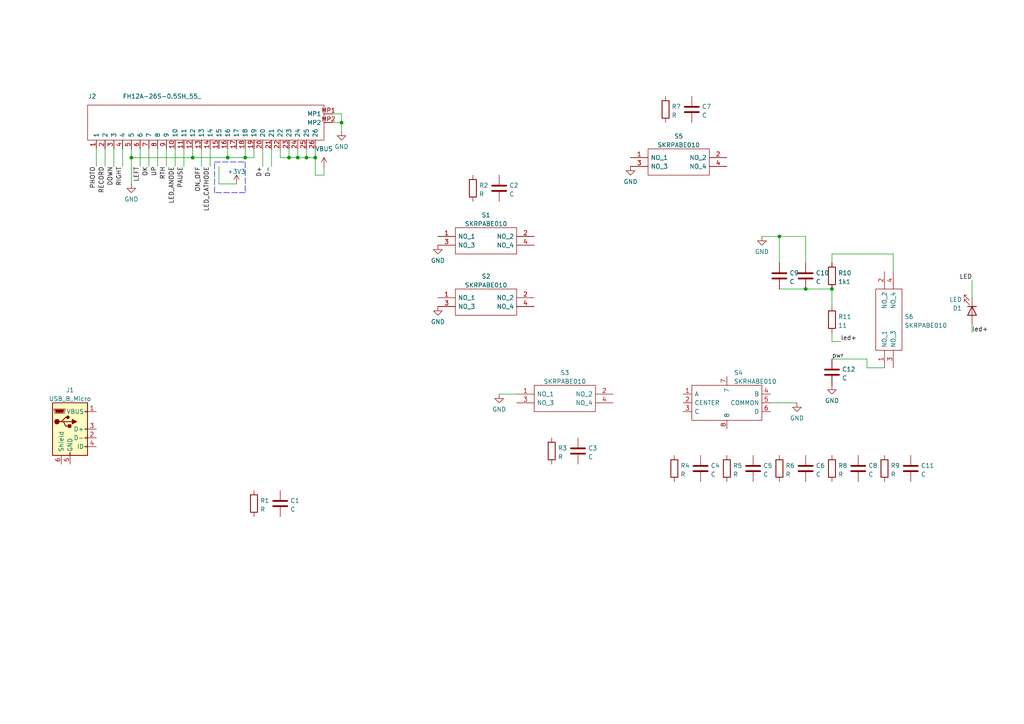
<source format=kicad_sch>
(kicad_sch (version 20211123) (generator eeschema)
  (paper "A4")
  (lib_symbols
    (symbol "Component_lib:C" (pin_numbers hide) (pin_names (offset 0.254))
      (property "Reference" "C" (at 0.635 -1.27 0))
      (property "Value" "C" (at 0.635 -6.35 0))
      (symbol "C_0_1"
        (polyline (pts (xy -2.032 -4.572) (xy 2.032 -4.572)) (stroke (width 0.508)))
        (polyline (pts (xy -2.032 -3.048) (xy 2.032 -3.048)) (stroke (width 0.508)))
      )
      (symbol "C_1_1"
        (pin passive line (at 0 0 270) (length 2.794) (name "~") (number "1"))
        (pin passive line (at 0 -7.62 90) (length 2.794) (name "~") (number "2"))
      )
    )
    (symbol "Component_lib:FH12A-26S-0.5SH_55_" (pin_names (offset 0.762))
      (property "Reference" "J" (at 2.54 5.08 0))
      (property "Value" "FH12A-26S-0.5SH_55_" (at 7.62 5.08 0))
      (symbol "FH12A-26S-0.5SH_55__0_0"
        (pin passive line (at 0 0 0) (length 2.54) (name "1") (number "1"))
        (pin passive line (at 0 -22.86 0) (length 2.54) (name "10") (number "10"))
        (pin passive line (at 0 -25.4 0) (length 2.54) (name "11") (number "11"))
        (pin passive line (at 0 -27.94 0) (length 2.54) (name "12") (number "12"))
        (pin passive line (at 0 -30.48 0) (length 2.54) (name "13") (number "13"))
        (pin passive line (at 0 -33.02 0) (length 2.54) (name "14") (number "14"))
        (pin passive line (at 0 -35.56 0) (length 2.54) (name "15") (number "15"))
        (pin passive line (at 0 -38.1 0) (length 2.54) (name "16") (number "16"))
        (pin passive line (at 0 -40.64 0) (length 2.54) (name "17") (number "17"))
        (pin passive line (at 0 -43.18 0) (length 2.54) (name "18") (number "18"))
        (pin passive line (at 0 -45.72 0) (length 2.54) (name "19") (number "19"))
        (pin passive line (at 0 -2.54 0) (length 2.54) (name "2") (number "2"))
        (pin passive line (at 0 -48.26 0) (length 2.54) (name "20") (number "20"))
        (pin passive line (at 0 -50.8 0) (length 2.54) (name "21") (number "21"))
        (pin passive line (at 0 -53.34 0) (length 2.54) (name "22") (number "22"))
        (pin passive line (at 0 -55.88 0) (length 2.54) (name "23") (number "23"))
        (pin passive line (at 0 -58.42 0) (length 2.54) (name "24") (number "24"))
        (pin passive line (at 0 -60.96 0) (length 2.54) (name "25") (number "25"))
        (pin passive line (at 0 -63.5 0) (length 2.54) (name "26") (number "26"))
        (pin passive line (at 0 -5.08 0) (length 2.54) (name "3") (number "3"))
        (pin passive line (at 0 -7.62 0) (length 2.54) (name "4") (number "4"))
        (pin passive line (at 0 -10.16 0) (length 2.54) (name "5") (number "5"))
        (pin passive line (at 0 -12.7 0) (length 2.54) (name "6") (number "6"))
        (pin passive line (at 0 -15.24 0) (length 2.54) (name "7") (number "7"))
        (pin passive line (at 0 -17.78 0) (length 2.54) (name "8") (number "8"))
        (pin passive line (at 0 -20.32 0) (length 2.54) (name "9") (number "9"))
        (pin passive line (at 10.16 -68.58 90) (length 2.54) (name "MP1") (number "MP1"))
        (pin passive line (at 7.62 -68.58 90) (length 2.54) (name "MP2") (number "MP2"))
      )
      (symbol "FH12A-26S-0.5SH_55__0_1"
        (polyline (pts (xy 2.54 2.54) (xy 12.7 2.54) (xy 12.7 -66.04) (xy 2.54 -66.04) (xy 2.54 2.54)) (stroke (width 0.1524)))
      )
    )
    (symbol "Component_lib:LED" (pin_numbers hide) (pin_names (offset 1.016) hide)
      (property "Reference" "D" (at 3.81 2.54 0))
      (property "Value" "LED" (at 3.81 -2.54 0))
      (symbol "LED_0_1"
        (polyline (pts (xy 2.54 -1.27) (xy 2.54 1.27)) (stroke (width 0.254)))
        (polyline (pts (xy 2.54 0) (xy 5.08 0)))
        (polyline (pts (xy 5.08 -1.27) (xy 5.08 1.27) (xy 2.54 0) (xy 5.08 -1.27)) (stroke (width 0.254)))
        (polyline (pts (xy 0.762 -0.762) (xy -0.762 -2.286) (xy 0 -2.286) (xy -0.762 -2.286) (xy -0.762 -1.524)))
        (polyline (pts (xy 2.032 -0.762) (xy 0.508 -2.286) (xy 1.27 -2.286) (xy 0.508 -2.286) (xy 0.508 -1.524)))
      )
      (symbol "LED_1_1"
        (pin passive line (at 0 0 0) (length 2.54) (name "K") (number "1"))
        (pin passive line (at 7.62 0 180) (length 2.54) (name "A") (number "2"))
      )
    )
    (symbol "Component_lib:R" (pin_numbers hide) (pin_names (offset 0))
      (property "Reference" "R" (at 2.032 -3.81 90))
      (property "Value" "R" (at 0 -3.81 90))
      (symbol "R_0_1"
        (rectangle (start -1.016 -6.35) (end 1.016 -1.27) (stroke (width 0.254)))
      )
      (symbol "R_1_1"
        (pin passive line (at 0 0 270) (length 1.27) (name "~") (number "1"))
        (pin passive line (at 0 -7.62 90) (length 1.27) (name "~") (number "2"))
      )
    )
    (symbol "Component_lib:SKRHABE010" (pin_names (offset 0.762))
      (property "Reference" "S" (at 21.59 7.62 0))
      (property "Value" "SKRHABE010" (at 21.59 5.08 0))
      (symbol "SKRHABE010_0_0"
        (pin passive line (at 0 0 0) (length 2.54) (name "A") (number "1"))
        (pin passive line (at 0 -2.54 0) (length 2.54) (name "CENTER") (number "2"))
        (pin passive line (at 0 -5.08 0) (length 2.54) (name "C") (number "3"))
        (pin passive line (at 25.4 0 180) (length 2.54) (name "B") (number "4"))
        (pin passive line (at 25.4 -2.54 180) (length 2.54) (name "COMMON") (number "5"))
        (pin passive line (at 25.4 -5.08 180) (length 2.54) (name "D") (number "6"))
        (pin passive line (at 12.7 5.08 270) (length 2.54) (name "7") (number "7"))
        (pin passive line (at 12.7 -10.16 90) (length 2.54) (name "8") (number "8"))
      )
      (symbol "SKRHABE010_0_1"
        (polyline (pts (xy 2.54 2.54) (xy 22.86 2.54) (xy 22.86 -7.62) (xy 2.54 -7.62) (xy 2.54 2.54)) (stroke (width 0.1524)))
      )
    )
    (symbol "Component_lib:SKRPABE010" (pin_names (offset 0.762))
      (property "Reference" "S" (at 5.715 3.81 0))
      (property "Value" "SKRPABE010" (at 24.13 5.08 0))
      (symbol "SKRPABE010_0_0"
        (pin passive line (at 0 0 0) (length 5.08) (name "NO_1") (number "1"))
        (pin passive line (at 27.94 0 180) (length 5.08) (name "NO_2") (number "2"))
        (pin passive line (at 0 -2.54 0) (length 5.08) (name "NO_3") (number "3"))
        (pin passive line (at 27.94 -2.54 180) (length 5.08) (name "NO_4") (number "4"))
      )
      (symbol "SKRPABE010_0_1"
        (polyline (pts (xy 5.08 2.54) (xy 22.86 2.54) (xy 22.86 -5.08) (xy 5.08 -5.08) (xy 5.08 2.54)) (stroke (width 0.1524)))
      )
    )
    (symbol "Connector:USB_B_Micro" (pin_names (offset 1.016))
      (property "Reference" "J" (at -5.08 11.43 0))
      (property "Value" "USB_B_Micro" (at -5.08 8.89 0))
      (symbol "USB_B_Micro_0_1"
        (rectangle (start -5.08 -7.62) (end 5.08 7.62) (stroke (width 0.254)) (fill (type background)))
        (circle (center -3.81 2.159) (radius 0.635) (stroke (width 0.254)) (fill (type outline)))
        (circle (center -0.635 3.429) (radius 0.381) (stroke (width 0.254)) (fill (type outline)))
        (rectangle (start -0.127 -7.62) (end 0.127 -6.858))
        (polyline (pts (xy -1.905 2.159) (xy 0.635 2.159)) (stroke (width 0.254)))
        (polyline (pts (xy -3.175 2.159) (xy -2.54 2.159) (xy -1.27 3.429) (xy -0.635 3.429)) (stroke (width 0.254)))
        (polyline (pts (xy -2.54 2.159) (xy -1.905 2.159) (xy -1.27 0.889) (xy 0 0.889)) (stroke (width 0.254)))
        (polyline (pts (xy 0.635 2.794) (xy 0.635 1.524) (xy 1.905 2.159) (xy 0.635 2.794)) (stroke (width 0.254)) (fill (type outline)))
        (polyline (pts (xy -4.318 5.588) (xy -1.778 5.588) (xy -2.032 4.826) (xy -4.064 4.826) (xy -4.318 5.588)) (fill (type outline)))
        (polyline (pts (xy -4.699 5.842) (xy -4.699 5.588) (xy -4.445 4.826) (xy -4.445 4.572) (xy -1.651 4.572) (xy -1.651 4.826) (xy -1.397 5.588) (xy -1.397 5.842) (xy -4.699 5.842)))
        (rectangle (start 0.254 1.27) (end -0.508 0.508) (stroke (width 0.254)) (fill (type outline)))
        (rectangle (start 5.08 -5.207) (end 4.318 -4.953))
        (rectangle (start 5.08 -2.667) (end 4.318 -2.413))
        (rectangle (start 5.08 -0.127) (end 4.318 0.127))
        (rectangle (start 5.08 4.953) (end 4.318 5.207))
      )
      (symbol "USB_B_Micro_1_1"
        (pin power_out line (at 7.62 5.08 180) (length 2.54) (name "VBUS") (number "1"))
        (pin bidirectional line (at 7.62 -2.54 180) (length 2.54) (name "D-") (number "2"))
        (pin bidirectional line (at 7.62 0 180) (length 2.54) (name "D+") (number "3"))
        (pin passive line (at 7.62 -5.08 180) (length 2.54) (name "ID") (number "4"))
        (pin power_out line (at 0 -10.16 90) (length 2.54) (name "GND") (number "5"))
        (pin passive line (at -2.54 -10.16 90) (length 2.54) (name "Shield") (number "6"))
      )
    )
    (symbol "power:+3V3" (power) (pin_names (offset 0))
      (property "Value" "+3V3" (at 0 3.556 0))
      (symbol "+3V3_0_1"
        (polyline (pts (xy -0.762 1.27) (xy 0 2.54)))
        (polyline (pts (xy 0 0) (xy 0 2.54)))
        (polyline (pts (xy 0 2.54) (xy 0.762 1.27)))
      )
      (symbol "+3V3_1_1"
        (pin power_in line (at 0 0 90) (length 0) hide (name "+3V3") (number "1"))
      )
    )
    (symbol "power:GND" (power) (pin_names (offset 0))
      (property "Value" "GND" (at 0 -3.81 0))
      (symbol "GND_0_1"
        (polyline (pts (xy 0 0) (xy 0 -1.27) (xy 1.27 -1.27) (xy 0 -2.54) (xy -1.27 -1.27) (xy 0 -1.27)))
      )
      (symbol "GND_1_1"
        (pin power_in line (at 0 0 270) (length 0) hide (name "GND") (number "1"))
      )
    )
    (symbol "power:VBUS" (power) (pin_names (offset 0))
      (property "Value" "VBUS" (at 0 3.81 0))
      (symbol "VBUS_0_1"
        (polyline (pts (xy -0.762 1.27) (xy 0 2.54)))
        (polyline (pts (xy 0 0) (xy 0 2.54)))
        (polyline (pts (xy 0 2.54) (xy 0.762 1.27)))
      )
      (symbol "VBUS_1_1"
        (pin power_in line (at 0 0 90) (length 0) hide (name "VBUS") (number "1"))
      )
    )
  )
  (junction (at 88.9 45.72))
  (junction (at 71.12 45.72))
  (junction (at 55.88 45.72))
  (junction (at 241.3 83.82))
  (junction (at 86.36 45.72))
  (junction (at 83.82 45.72))
  (junction (at 91.44 45.72))
  (junction (at 99.06 35.56))
  (junction (at 66.04 45.72))
  (junction (at 226.06 68.58))
  (junction (at 233.68 83.82))
  (junction (at 38.1 45.72))
  (polyline (pts (xy 62.23 46.99) (xy 71.12 46.99)))
  (wire (pts (xy 45.72 43.18) (xy 45.72 48.26)))
  (polyline (pts (xy 71.12 46.99) (xy 71.12 55.88)))
  (wire (pts (xy 223.52 116.84) (xy 231.14 116.84)))
  (wire (pts (xy 81.28 43.18) (xy 81.28 45.72)))
  (wire (pts (xy 251.46 106.68) (xy 256.54 106.68)))
  (wire (pts (xy 281.94 93.98) (xy 281.94 96.52)))
  (wire (pts (xy 50.8 43.18) (xy 50.8 48.26)))
  (wire (pts (xy 58.42 43.18) (xy 58.42 48.26)))
  (wire (pts (xy 259.08 73.66) (xy 259.08 78.74)))
  (wire (pts (xy 93.98 50.8) (xy 93.98 48.26)))
  (wire (pts (xy 99.06 35.56) (xy 99.06 38.1)))
  (wire (pts (xy 99.06 33.02) (xy 99.06 35.56)))
  (wire (pts (xy 43.18 43.18) (xy 43.18 48.26)))
  (wire (pts (xy 63.5 48.26) (xy 63.5 53.34)))
  (wire (pts (xy 71.12 45.72) (xy 66.04 45.72)))
  (wire (pts (xy 91.44 45.72) (xy 91.44 43.18)))
  (wire (pts (xy 60.96 43.18) (xy 60.96 48.26)))
  (wire (pts (xy 233.68 68.58) (xy 233.68 76.2)))
  (wire (pts (xy 35.56 43.18) (xy 35.56 48.26)))
  (wire (pts (xy 96.52 33.02) (xy 99.06 33.02)))
  (wire (pts (xy 27.94 43.18) (xy 27.94 48.26)))
  (wire (pts (xy 40.64 43.18) (xy 40.64 48.26)))
  (polyline (pts (xy 62.23 55.88) (xy 62.23 46.99)))
  (wire (pts (xy 83.82 43.18) (xy 83.82 45.72)))
  (wire (pts (xy 241.3 73.66) (xy 259.08 73.66)))
  (wire (pts (xy 226.06 83.82) (xy 233.68 83.82)))
  (wire (pts (xy 251.46 104.14) (xy 251.46 106.68)))
  (wire (pts (xy 83.82 45.72) (xy 86.36 45.72)))
  (wire (pts (xy 91.44 50.8) (xy 91.44 45.72)))
  (wire (pts (xy 73.66 45.72) (xy 71.12 45.72)))
  (wire (pts (xy 81.28 45.72) (xy 83.82 45.72)))
  (wire (pts (xy 226.06 68.58) (xy 233.68 68.58)))
  (wire (pts (xy 88.9 43.18) (xy 88.9 45.72)))
  (wire (pts (xy 86.36 43.18) (xy 86.36 45.72)))
  (wire (pts (xy 96.52 35.56) (xy 99.06 35.56)))
  (wire (pts (xy 38.1 45.72) (xy 38.1 53.34)))
  (wire (pts (xy 66.04 43.18) (xy 66.04 45.72)))
  (wire (pts (xy 73.66 43.18) (xy 73.66 45.72)))
  (wire (pts (xy 233.68 83.82) (xy 241.3 83.82)))
  (wire (pts (xy 78.74 43.18) (xy 78.74 48.26)))
  (wire (pts (xy 241.3 104.14) (xy 251.46 104.14)))
  (wire (pts (xy 243.84 99.06) (xy 241.3 99.06)))
  (wire (pts (xy 220.98 68.58) (xy 226.06 68.58)))
  (wire (pts (xy 76.2 43.18) (xy 76.2 48.26)))
  (wire (pts (xy 55.88 43.18) (xy 55.88 45.72)))
  (wire (pts (xy 241.3 99.06) (xy 241.3 96.52)))
  (wire (pts (xy 241.3 76.2) (xy 241.3 73.66)))
  (wire (pts (xy 33.02 43.18) (xy 33.02 48.26)))
  (wire (pts (xy 86.36 45.72) (xy 88.9 45.72)))
  (wire (pts (xy 66.04 45.72) (xy 55.88 45.72)))
  (wire (pts (xy 281.94 86.36) (xy 281.94 81.28)))
  (wire (pts (xy 93.98 50.8) (xy 91.44 50.8)))
  (wire (pts (xy 241.3 83.82) (xy 241.3 88.9)))
  (wire (pts (xy 226.06 68.58) (xy 226.06 76.2)))
  (wire (pts (xy 68.58 53.34) (xy 63.5 53.34)))
  (wire (pts (xy 71.12 43.18) (xy 71.12 45.72)))
  (polyline (pts (xy 71.12 55.88) (xy 62.23 55.88)))
  (wire (pts (xy 144.78 114.3) (xy 149.86 114.3)))
  (wire (pts (xy 53.34 43.18) (xy 53.34 48.26)))
  (wire (pts (xy 48.26 43.18) (xy 48.26 48.26)))
  (wire (pts (xy 88.9 45.72) (xy 91.44 45.72)))
  (wire (pts (xy 55.88 45.72) (xy 38.1 45.72)))
  (wire (pts (xy 38.1 43.18) (xy 38.1 45.72)))
  (wire (pts (xy 30.48 43.18) (xy 30.48 48.26)))
  (label "LED" (at 281.94 81.28 180))
  (label "OK" (at 43.18 48.26 270))
  (label "PAUSE" (at 53.34 48.26 270))
  (label "LED_CATHODE" (at 60.96 48.26 270))
  (label "RIGHT" (at 35.56 48.26 270))
  (label "D-" (at 78.74 48.26 270))
  (label "led+" (at 281.94 96.52 0))
  (label "ON_OFF" (at 58.42 48.26 270))
  (label "UP" (at 45.72 48.26 270))
  (label "pwr" (at 241.3 104.14 0))
  (label "RECORD" (at 30.48 48.26 270))
  (label "D+" (at 76.2 48.26 270))
  (label "led+" (at 243.84 99.06 0))
  (label "PHOTO" (at 27.94 48.26 270))
  (label "DOWN" (at 33.02 48.26 270))
  (label "LED_ANODE" (at 50.8 48.26 270))
  (label "LEFT" (at 40.64 48.26 270))
  (label "RTH" (at 48.26 48.26 270))
  (symbol (lib_id "Component_lib:C") (at 81.28 142.24 0) (unit 1)
    (property "Reference" "C1" (at 84.201 145.2153 0) (effects (justify left)))
    (property "Value" "C" (at 84.201 147.7522 0) (effects (justify left)))
    (property "Footprint" "Capacitor_SMD:C_0402_1005Metric" (effects hide))
  )
  (symbol (lib_id "Component_lib:SKRHABE010") (at 198.12 114.3 0) (unit 1)
    (property "Reference" "S4" (at 212.8394 108.111 0) (effects (justify left)))
    (property "Value" "SKRHABE010" (at 212.8394 110.6479 0) (effects (justify left)))
    (property "Footprint" "Component_lib:SKRHABE010" (effects hide))
    (property "Description" "Multi-Directional Switches 4-directn cntr push W/boss 200K Cycles" (effects hide))
    (property "Height" "5" (effects hide))
    (property "Manufacturer_Name" "ALPS Electric" (effects hide))
    (property "Manufacturer_Part_Number" "SKRHABE010" (effects hide))
    (property "Mouser Part Number" "688-SKRHAB" (effects hide))
    (property "Mouser Price/Stock" "https://www.mouser.co.uk/ProductDetail/Alps-Alpine/SKRHABE010?qs=seHrhfPpLDxEOwRqoDvYHw%3D%3D" (effects hide))
    (property "Arrow Part Number" "SKRHABE010" (effects hide))
    (property "Arrow Price/Stock" "https://www.arrow.com/en/products/skrhabe010/alps-electric" (effects hide))
  )
  (symbol (lib_id "power:GND") (at 241.3 111.76 0) (unit 1)
    (property "Reference" "#PWR?" (effects hide))
    (property "Value" "GND" (at 241.3 116.2034 0))
  )
  (symbol (lib_id "Component_lib:SKRPABE010") (at 127 86.36 0) (unit 1)
    (property "Reference" "S2" (at 140.97 80.171 0))
    (property "Value" "SKRPABE010" (at 140.97 82.7079 0))
    (property "Footprint" "Component_lib:SKRPABE010" (effects hide))
    (property "Datasheet" "https://datasheet.lcsc.com/szlcsc/ALPS-Electric-SKRPABE010_C115360.pdf" (effects hide))
    (property "Description" "Switch Tactile N.O. SPST Button J-Bend 0.05A 16VDC 1.57N SMD Automotive T/R" (effects hide))
    (property "Height" "2.5" (effects hide))
    (property "Mouser Part Number" "688-SKRPAB" (effects hide))
    (property "Mouser Price/Stock" "https://www.mouser.co.uk/ProductDetail/Alps-Alpine/SKRPABE010?qs=m0BA540hBPe1GpcSf%2FZ5Yw%3D%3D" (effects hide))
    (property "Manufacturer_Name" "ALPS Electric" (effects hide))
    (property "Manufacturer_Part_Number" "SKRPABE010" (effects hide))
  )
  (symbol (lib_id "Component_lib:LED") (at 281.94 86.36 270) (unit 1)
    (property "Reference" "D1" (at 279.019 89.4172 90) (effects (justify right)))
    (property "Value" "LED" (at 279.019 86.8803 90) (effects (justify right)))
    (property "Footprint" "Capacitor_SMD:C_0402_1005Metric" (effects hide))
  )
  (symbol (lib_id "power:GND") (at 38.1 53.34 0) (unit 1)
    (property "Reference" "#PWR0101" (effects hide))
    (property "Value" "GND" (at 38.1 57.7834 0))
  )
  (symbol (lib_id "Component_lib:R") (at 160.02 127 0) (unit 1)
    (property "Reference" "R3" (at 161.798 129.9753 0) (effects (justify left)))
    (property "Value" "R" (at 161.798 132.5122 0) (effects (justify left)))
    (property "Footprint" "Capacitor_SMD:C_0402_1005Metric" (effects hide))
  )
  (symbol (lib_id "Component_lib:FH12A-26S-0.5SH_55_") (at 27.94 43.18 90) (unit 1)
    (property "Reference" "J2" (at 27.94 27.94 90) (effects (justify left)))
    (property "Value" "FH12A-26S-0.5SH_55_" (at 58.42 27.94 90) (effects (justify left)))
    (property "Footprint" "Component_lib:FH12A26S05SH55" (effects hide))
    (property "Datasheet" "https://www.hirose.com/product/download/?distributor=digikey&type=2d&lang=en&num=FH12A-26S-0.5SH(55)" (effects hide))
    (property "Description" "Hirose FH12 Series 0.5mm Pitch 26 Way 1 Row Right Angle SMT Female FPC Connector, Gold Plated Contacts" (effects hide))
    (property "Height" "2.2" (effects hide))
    (property "Mouser Part Number" "798-FH12A-26S0.5SH55" (effects hide))
    (property "Mouser Price/Stock" "https://www.mouser.co.uk/ProductDetail/Hirose-Connector/FH12A-26S-05SH55?qs=wXhBCuSapIMjsRrWrXESVA%3D%3D" (effects hide))
    (property "Manufacturer_Name" "Hirose" (effects hide))
    (property "Manufacturer_Part_Number" "FH12A-26S-0.5SH(55)" (effects hide))
  )
  (symbol (lib_id "Component_lib:SKRPABE010") (at 256.54 106.68 90) (unit 1)
    (property "Reference" "S6" (at 262.3312 91.8753 90) (effects (justify right)))
    (property "Value" "SKRPABE010" (at 262.3312 94.4122 90) (effects (justify right)))
    (property "Footprint" "Component_lib:SKRPABE010" (effects hide))
    (property "Datasheet" "https://datasheet.lcsc.com/szlcsc/ALPS-Electric-SKRPABE010_C115360.pdf" (effects hide))
    (property "Description" "Switch Tactile N.O. SPST Button J-Bend 0.05A 16VDC 1.57N SMD Automotive T/R" (effects hide))
    (property "Height" "2.5" (effects hide))
    (property "Mouser Part Number" "688-SKRPAB" (effects hide))
    (property "Mouser Price/Stock" "https://www.mouser.co.uk/ProductDetail/Alps-Alpine/SKRPABE010?qs=m0BA540hBPe1GpcSf%2FZ5Yw%3D%3D" (effects hide))
    (property "Manufacturer_Name" "ALPS Electric" (effects hide))
    (property "Manufacturer_Part_Number" "SKRPABE010" (effects hide))
  )
  (symbol (lib_id "Connector:USB_B_Micro") (at 20.32 124.46 0) (unit 1)
    (property "Reference" "J1" (at 20.32 113.1402 0))
    (property "Value" "USB_B_Micro" (at 20.32 115.6771 0))
    (property "Footprint" "Connector_USB:USB_Micro-B_Molex-105133-0001" (effects hide))
  )
  (symbol (lib_id "power:GND") (at 127 71.12 0) (unit 1)
    (property "Reference" "#PWR0106" (effects hide))
    (property "Value" "GND" (at 127 75.5634 0))
  )
  (symbol (lib_id "power:GND") (at 231.14 116.84 0) (unit 1)
    (property "Reference" "#PWR0108" (effects hide))
    (property "Value" "GND" (at 231.14 121.2834 0))
  )
  (symbol (lib_id "power:GND") (at 220.98 68.58 0) (unit 1)
    (property "Reference" "#PWR?" (effects hide))
    (property "Value" "GND" (at 220.98 73.0234 0))
  )
  (symbol (lib_id "Component_lib:SKRPABE010") (at 127 68.58 0) (unit 1)
    (property "Reference" "S1" (at 140.97 62.391 0))
    (property "Value" "SKRPABE010" (at 140.97 64.9279 0))
    (property "Footprint" "Component_lib:SKRPABE010" (effects hide))
    (property "Datasheet" "https://datasheet.lcsc.com/szlcsc/ALPS-Electric-SKRPABE010_C115360.pdf" (effects hide))
    (property "Description" "Switch Tactile N.O. SPST Button J-Bend 0.05A 16VDC 1.57N SMD Automotive T/R" (effects hide))
    (property "Height" "2.5" (effects hide))
    (property "Mouser Part Number" "688-SKRPAB" (effects hide))
    (property "Mouser Price/Stock" "https://www.mouser.co.uk/ProductDetail/Alps-Alpine/SKRPABE010?qs=m0BA540hBPe1GpcSf%2FZ5Yw%3D%3D" (effects hide))
    (property "Manufacturer_Name" "ALPS Electric" (effects hide))
    (property "Manufacturer_Part_Number" "SKRPABE010" (effects hide))
  )
  (symbol (lib_id "Component_lib:R") (at 195.58 132.08 0) (unit 1)
    (property "Reference" "R4" (at 197.358 135.0553 0) (effects (justify left)))
    (property "Value" "R" (at 197.358 137.5922 0) (effects (justify left)))
    (property "Footprint" "Capacitor_SMD:C_0402_1005Metric" (effects hide))
  )
  (symbol (lib_id "Component_lib:R") (at 226.06 132.08 0) (unit 1)
    (property "Reference" "R6" (at 227.838 135.0553 0) (effects (justify left)))
    (property "Value" "R" (at 227.838 137.5922 0) (effects (justify left)))
    (property "Footprint" "Capacitor_SMD:C_0402_1005Metric" (effects hide))
  )
  (symbol (lib_id "Component_lib:C") (at 203.2 132.08 0) (unit 1)
    (property "Reference" "C4" (at 206.121 135.0553 0) (effects (justify left)))
    (property "Value" "C" (at 206.121 137.5922 0) (effects (justify left)))
    (property "Footprint" "Capacitor_SMD:C_0402_1005Metric" (effects hide))
  )
  (symbol (lib_id "Component_lib:C") (at 144.78 50.8 0) (unit 1)
    (property "Reference" "C2" (at 147.701 53.7753 0) (effects (justify left)))
    (property "Value" "C" (at 147.701 56.3122 0) (effects (justify left)))
    (property "Footprint" "Capacitor_SMD:C_0402_1005Metric" (effects hide))
  )
  (symbol (lib_id "Component_lib:C") (at 200.66 27.94 0) (unit 1)
    (property "Reference" "C7" (at 203.581 30.9153 0) (effects (justify left)))
    (property "Value" "C" (at 203.581 33.4522 0) (effects (justify left)))
    (property "Footprint" "Capacitor_SMD:C_0402_1005Metric" (effects hide))
  )
  (symbol (lib_id "Component_lib:C") (at 248.92 132.08 0) (unit 1)
    (property "Reference" "C8" (at 251.841 135.0553 0) (effects (justify left)))
    (property "Value" "C" (at 251.841 137.5922 0) (effects (justify left)))
    (property "Footprint" "Capacitor_SMD:C_0402_1005Metric" (effects hide))
  )
  (symbol (lib_id "Component_lib:SKRPABE010") (at 182.88 45.72 0) (unit 1)
    (property "Reference" "S5" (at 196.85 39.531 0))
    (property "Value" "SKRPABE010" (at 196.85 42.0679 0))
    (property "Footprint" "Component_lib:SKRPABE010" (effects hide))
    (property "Datasheet" "https://datasheet.lcsc.com/szlcsc/ALPS-Electric-SKRPABE010_C115360.pdf" (effects hide))
    (property "Description" "Switch Tactile N.O. SPST Button J-Bend 0.05A 16VDC 1.57N SMD Automotive T/R" (effects hide))
    (property "Height" "2.5" (effects hide))
    (property "Mouser Part Number" "688-SKRPAB" (effects hide))
    (property "Mouser Price/Stock" "https://www.mouser.co.uk/ProductDetail/Alps-Alpine/SKRPABE010?qs=m0BA540hBPe1GpcSf%2FZ5Yw%3D%3D" (effects hide))
    (property "Manufacturer_Name" "ALPS Electric" (effects hide))
    (property "Manufacturer_Part_Number" "SKRPABE010" (effects hide))
  )
  (symbol (lib_id "power:+3V3") (at 68.58 53.34 0) (unit 1)
    (property "Reference" "#PWR0102" (effects hide))
    (property "Value" "+3V3" (at 68.58 49.7642 0))
  )
  (symbol (lib_id "power:VBUS") (at 93.98 48.26 0) (unit 1)
    (property "Reference" "#PWR0103" (effects hide))
    (property "Value" "VBUS" (at 93.98 43.18 0))
  )
  (symbol (lib_id "Component_lib:R") (at 241.3 76.2 0) (unit 1)
    (property "Reference" "R10" (at 243.078 79.1753 0) (effects (justify left)))
    (property "Value" "1k1" (at 243.078 81.7122 0) (effects (justify left)))
    (property "Footprint" "Capacitor_SMD:C_0402_1005Metric" (effects hide))
  )
  (symbol (lib_id "Component_lib:R") (at 210.82 132.08 0) (unit 1)
    (property "Reference" "R5" (at 212.598 135.0553 0) (effects (justify left)))
    (property "Value" "R" (at 212.598 137.5922 0) (effects (justify left)))
    (property "Footprint" "Capacitor_SMD:C_0402_1005Metric" (effects hide))
  )
  (symbol (lib_id "Component_lib:R") (at 73.66 142.24 0) (unit 1)
    (property "Reference" "R1" (at 75.438 145.2153 0) (effects (justify left)))
    (property "Value" "R" (at 75.438 147.7522 0) (effects (justify left)))
    (property "Footprint" "Capacitor_SMD:C_0402_1005Metric" (effects hide))
  )
  (symbol (lib_id "Component_lib:R") (at 137.16 50.8 0) (unit 1)
    (property "Reference" "R2" (at 138.938 53.7753 0) (effects (justify left)))
    (property "Value" "R" (at 138.938 56.3122 0) (effects (justify left)))
    (property "Footprint" "Capacitor_SMD:C_0402_1005Metric" (effects hide))
  )
  (symbol (lib_id "power:GND") (at 99.06 38.1 0) (mirror y) (unit 1)
    (property "Reference" "#PWR0105" (effects hide))
    (property "Value" "GND" (at 99.06 42.5434 0))
  )
  (symbol (lib_id "Component_lib:C") (at 167.64 127 0) (unit 1)
    (property "Reference" "C3" (at 170.561 129.9753 0) (effects (justify left)))
    (property "Value" "C" (at 170.561 132.5122 0) (effects (justify left)))
    (property "Footprint" "Capacitor_SMD:C_0402_1005Metric" (effects hide))
  )
  (symbol (lib_id "Component_lib:R") (at 241.3 132.08 0) (unit 1)
    (property "Reference" "R8" (at 243.078 135.0553 0) (effects (justify left)))
    (property "Value" "R" (at 243.078 137.5922 0) (effects (justify left)))
    (property "Footprint" "Capacitor_SMD:C_0402_1005Metric" (effects hide))
  )
  (symbol (lib_id "Component_lib:C") (at 218.44 132.08 0) (unit 1)
    (property "Reference" "C5" (at 221.361 135.0553 0) (effects (justify left)))
    (property "Value" "C" (at 221.361 137.5922 0) (effects (justify left)))
    (property "Footprint" "Capacitor_SMD:C_0402_1005Metric" (effects hide))
  )
  (symbol (lib_id "Component_lib:C") (at 233.68 132.08 0) (unit 1)
    (property "Reference" "C6" (at 236.601 135.0553 0) (effects (justify left)))
    (property "Value" "C" (at 236.601 137.5922 0) (effects (justify left)))
    (property "Footprint" "Capacitor_SMD:C_0402_1005Metric" (effects hide))
  )
  (symbol (lib_id "Component_lib:R") (at 256.54 132.08 0) (unit 1)
    (property "Reference" "R9" (at 258.318 135.0553 0) (effects (justify left)))
    (property "Value" "R" (at 258.318 137.5922 0) (effects (justify left)))
    (property "Footprint" "Capacitor_SMD:C_0402_1005Metric" (effects hide))
  )
  (symbol (lib_id "Component_lib:C") (at 226.06 76.2 0) (unit 1)
    (property "Reference" "C9" (at 228.981 79.1753 0) (effects (justify left)))
    (property "Value" "C" (at 228.981 81.7122 0) (effects (justify left)))
    (property "Footprint" "Capacitor_SMD:C_0402_1005Metric" (effects hide))
  )
  (symbol (lib_id "Component_lib:R") (at 193.04 27.94 0) (unit 1)
    (property "Reference" "R7" (at 194.818 30.9153 0) (effects (justify left)))
    (property "Value" "R" (at 194.818 33.4522 0) (effects (justify left)))
    (property "Footprint" "Capacitor_SMD:C_0402_1005Metric" (effects hide))
  )
  (symbol (lib_id "power:GND") (at 144.78 114.3 0) (unit 1)
    (property "Reference" "#PWR0104" (effects hide))
    (property "Value" "GND" (at 144.78 118.7434 0))
  )
  (symbol (lib_id "Component_lib:C") (at 241.3 104.14 0) (unit 1)
    (property "Reference" "C12" (at 244.221 107.1153 0) (effects (justify left)))
    (property "Value" "C" (at 244.221 109.6522 0) (effects (justify left)))
    (property "Footprint" "Capacitor_SMD:C_0402_1005Metric" (effects hide))
  )
  (symbol (lib_id "Component_lib:C") (at 233.68 76.2 0) (unit 1)
    (property "Reference" "C10" (at 236.601 79.1753 0) (effects (justify left)))
    (property "Value" "C" (at 236.601 81.7122 0) (effects (justify left)))
    (property "Footprint" "Capacitor_SMD:C_0402_1005Metric" (effects hide))
  )
  (symbol (lib_id "Component_lib:C") (at 264.16 132.08 0) (unit 1)
    (property "Reference" "C11" (at 267.081 135.0553 0) (effects (justify left)))
    (property "Value" "C" (at 267.081 137.5922 0) (effects (justify left)))
    (property "Footprint" "Capacitor_SMD:C_0402_1005Metric" (effects hide))
  )
  (symbol (lib_id "power:GND") (at 127 88.9 0) (unit 1)
    (property "Reference" "#PWR0107" (effects hide))
    (property "Value" "GND" (at 127 93.3434 0))
  )
  (symbol (lib_id "Component_lib:R") (at 241.3 88.9 0) (unit 1)
    (property "Reference" "R11" (at 243.078 91.8753 0) (effects (justify left)))
    (property "Value" "11" (at 243.078 94.4122 0) (effects (justify left)))
    (property "Footprint" "Capacitor_SMD:C_0402_1005Metric" (effects hide))
  )
  (symbol (lib_id "power:GND") (at 182.88 48.26 0) (unit 1)
    (property "Reference" "#PWR0109" (effects hide))
    (property "Value" "GND" (at 182.88 52.7034 0))
  )
  (symbol (lib_id "Component_lib:SKRPABE010") (at 149.86 114.3 0) (unit 1)
    (property "Reference" "S3" (at 163.83 108.111 0))
    (property "Value" "SKRPABE010" (at 163.83 110.6479 0))
    (property "Footprint" "Component_lib:SKRPABE010" (effects hide))
    (property "Datasheet" "https://datasheet.lcsc.com/szlcsc/ALPS-Electric-SKRPABE010_C115360.pdf" (effects hide))
    (property "Description" "Switch Tactile N.O. SPST Button J-Bend 0.05A 16VDC 1.57N SMD Automotive T/R" (effects hide))
    (property "Height" "2.5" (effects hide))
    (property "Mouser Part Number" "688-SKRPAB" (effects hide))
    (property "Mouser Price/Stock" "https://www.mouser.co.uk/ProductDetail/Alps-Alpine/SKRPABE010?qs=m0BA540hBPe1GpcSf%2FZ5Yw%3D%3D" (effects hide))
    (property "Manufacturer_Name" "ALPS Electric" (effects hide))
    (property "Manufacturer_Part_Number" "SKRPABE010" (effects hide))
  )
)
</source>
